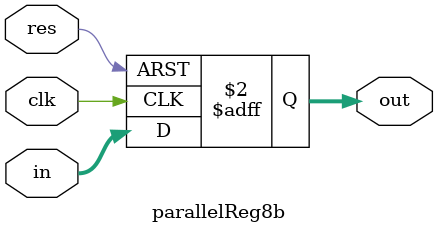
<source format=v>
`timescale 1ns / 1ps
module parallelReg8b(res, clk, in, out);
input [7:0] in;
output reg [7:0] out;
input res, clk;

always @(posedge clk, posedge res)
begin
if (res) out <= 0;
else
out <= in;
end
endmodule

</source>
